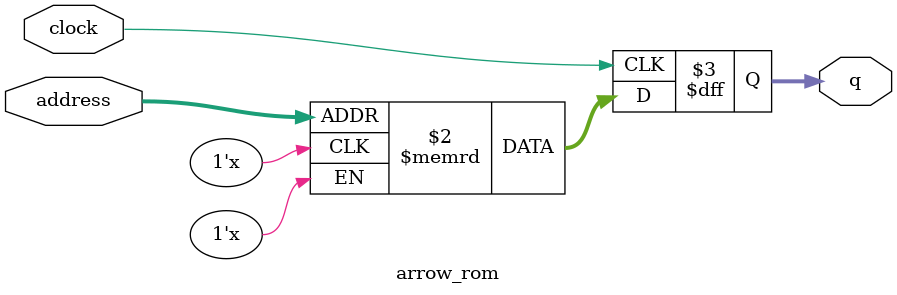
<source format=sv>
module arrow_rom (
	input logic clock,
	input logic [15:0] address,
	output logic [2:0] q
);

logic [2:0] memory [0:59999] /* synthesis ram_init_file = "./arrow/arrow.mif" */;

always_ff @ (posedge clock) begin
	q <= memory[address];
end

endmodule

</source>
